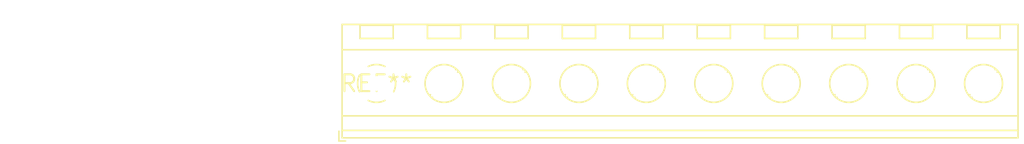
<source format=kicad_pcb>
(kicad_pcb (version 20240108) (generator pcbnew)
  (layers (0 "F.Cu" signal) (31 "B.Cu" signal) (34 "B.Paste" user) (35 "F.Paste" user) (36 "B.SilkS" user "B.Silkscreen") (37 "F.SilkS" user "F.Silkscreen") (38 "B.Mask" user) (39 "F.Mask" user) (44 "Edge.Cuts" user))
  (net 0 "")
  (footprint "TerminalBlock_RND_205-00240_1x10_P5.08mm_Horizontal" (layer "F.Cu") (at 0 0)
    (property "Reference" "REF**")
    (property "Value" "TerminalBlock_RND_205-00240_1x10_P5.08mm_Horizontal")
    (fp_line (start -2.84 3.61) (end -2.84 4.35) (layer "F.SilkS") (stroke (width 0.12)))
    (fp_line (start -2.84 4.35) (end -2.34 4.35) (layer "F.SilkS") (stroke (width 0.12)))
    (fp_line (start -2.6 -4.46) (end -2.6 4.11) (layer "F.SilkS") (stroke (width 0.12)))
    (fp_line (start -2.6 -4.46) (end 48.32 -4.46) (layer "F.SilkS") (stroke (width 0.12)))
    (fp_line (start -2.6 -2.55) (end 48.32 -2.55) (layer "F.SilkS") (stroke (width 0.12)))
    (fp_line (start -2.6 2.45) (end 48.32 2.45) (layer "F.SilkS") (stroke (width 0.12)))
    (fp_line (start -2.6 3.55) (end 48.32 3.55) (layer "F.SilkS") (stroke (width 0.12)))
    (fp_line (start -2.6 4.11) (end 48.32 4.11) (layer "F.SilkS") (stroke (width 0.12)))
    (fp_line (start -1.25 -4.4) (end -1.25 -3.4) (layer "F.SilkS") (stroke (width 0.12)))
    (fp_line (start -1.25 -4.4) (end 1.25 -4.4) (layer "F.SilkS") (stroke (width 0.12)))
    (fp_line (start -1.25 -3.4) (end 1.25 -3.4) (layer "F.SilkS") (stroke (width 0.12)))
    (fp_line (start 1.25 -4.4) (end 1.25 -3.4) (layer "F.SilkS") (stroke (width 0.12)))
    (fp_line (start 3.83 -4.4) (end 3.83 -3.4) (layer "F.SilkS") (stroke (width 0.12)))
    (fp_line (start 3.83 -4.4) (end 6.33 -4.4) (layer "F.SilkS") (stroke (width 0.12)))
    (fp_line (start 3.83 -3.4) (end 6.33 -3.4) (layer "F.SilkS") (stroke (width 0.12)))
    (fp_line (start 4.056 0.85) (end 3.996 0.91) (layer "F.SilkS") (stroke (width 0.12)))
    (fp_line (start 4.21 1.045) (end 4.17 1.085) (layer "F.SilkS") (stroke (width 0.12)))
    (fp_line (start 5.991 -1.085) (end 5.951 -1.045) (layer "F.SilkS") (stroke (width 0.12)))
    (fp_line (start 6.165 -0.91) (end 6.105 -0.851) (layer "F.SilkS") (stroke (width 0.12)))
    (fp_line (start 6.33 -4.4) (end 6.33 -3.4) (layer "F.SilkS") (stroke (width 0.12)))
    (fp_line (start 8.91 -4.4) (end 8.91 -3.4) (layer "F.SilkS") (stroke (width 0.12)))
    (fp_line (start 8.91 -4.4) (end 11.41 -4.4) (layer "F.SilkS") (stroke (width 0.12)))
    (fp_line (start 8.91 -3.4) (end 11.41 -3.4) (layer "F.SilkS") (stroke (width 0.12)))
    (fp_line (start 9.136 0.85) (end 9.076 0.91) (layer "F.SilkS") (stroke (width 0.12)))
    (fp_line (start 9.29 1.045) (end 9.25 1.085) (layer "F.SilkS") (stroke (width 0.12)))
    (fp_line (start 11.071 -1.085) (end 11.031 -1.045) (layer "F.SilkS") (stroke (width 0.12)))
    (fp_line (start 11.245 -0.91) (end 11.185 -0.851) (layer "F.SilkS") (stroke (width 0.12)))
    (fp_line (start 11.41 -4.4) (end 11.41 -3.4) (layer "F.SilkS") (stroke (width 0.12)))
    (fp_line (start 13.99 -4.4) (end 13.99 -3.4) (layer "F.SilkS") (stroke (width 0.12)))
    (fp_line (start 13.99 -4.4) (end 16.49 -4.4) (layer "F.SilkS") (stroke (width 0.12)))
    (fp_line (start 13.99 -3.4) (end 16.49 -3.4) (layer "F.SilkS") (stroke (width 0.12)))
    (fp_line (start 14.216 0.85) (end 14.156 0.91) (layer "F.SilkS") (stroke (width 0.12)))
    (fp_line (start 14.37 1.045) (end 14.33 1.085) (layer "F.SilkS") (stroke (width 0.12)))
    (fp_line (start 16.151 -1.085) (end 16.111 -1.045) (layer "F.SilkS") (stroke (width 0.12)))
    (fp_line (start 16.325 -0.91) (end 16.265 -0.851) (layer "F.SilkS") (stroke (width 0.12)))
    (fp_line (start 16.49 -4.4) (end 16.49 -3.4) (layer "F.SilkS") (stroke (width 0.12)))
    (fp_line (start 19.07 -4.4) (end 19.07 -3.4) (layer "F.SilkS") (stroke (width 0.12)))
    (fp_line (start 19.07 -4.4) (end 21.57 -4.4) (layer "F.SilkS") (stroke (width 0.12)))
    (fp_line (start 19.07 -3.4) (end 21.57 -3.4) (layer "F.SilkS") (stroke (width 0.12)))
    (fp_line (start 19.296 0.85) (end 19.236 0.91) (layer "F.SilkS") (stroke (width 0.12)))
    (fp_line (start 19.45 1.045) (end 19.41 1.085) (layer "F.SilkS") (stroke (width 0.12)))
    (fp_line (start 21.231 -1.085) (end 21.191 -1.045) (layer "F.SilkS") (stroke (width 0.12)))
    (fp_line (start 21.405 -0.91) (end 21.345 -0.851) (layer "F.SilkS") (stroke (width 0.12)))
    (fp_line (start 21.57 -4.4) (end 21.57 -3.4) (layer "F.SilkS") (stroke (width 0.12)))
    (fp_line (start 24.15 -4.4) (end 24.15 -3.4) (layer "F.SilkS") (stroke (width 0.12)))
    (fp_line (start 24.15 -4.4) (end 26.65 -4.4) (layer "F.SilkS") (stroke (width 0.12)))
    (fp_line (start 24.15 -3.4) (end 26.65 -3.4) (layer "F.SilkS") (stroke (width 0.12)))
    (fp_line (start 24.376 0.85) (end 24.316 0.91) (layer "F.SilkS") (stroke (width 0.12)))
    (fp_line (start 24.53 1.045) (end 24.49 1.085) (layer "F.SilkS") (stroke (width 0.12)))
    (fp_line (start 26.311 -1.085) (end 26.271 -1.045) (layer "F.SilkS") (stroke (width 0.12)))
    (fp_line (start 26.485 -0.91) (end 26.425 -0.851) (layer "F.SilkS") (stroke (width 0.12)))
    (fp_line (start 26.65 -4.4) (end 26.65 -3.4) (layer "F.SilkS") (stroke (width 0.12)))
    (fp_line (start 29.23 -4.4) (end 29.23 -3.4) (layer "F.SilkS") (stroke (width 0.12)))
    (fp_line (start 29.23 -4.4) (end 31.73 -4.4) (layer "F.SilkS") (stroke (width 0.12)))
    (fp_line (start 29.23 -3.4) (end 31.73 -3.4) (layer "F.SilkS") (stroke (width 0.12)))
    (fp_line (start 29.456 0.85) (end 29.396 0.91) (layer "F.SilkS") (stroke (width 0.12)))
    (fp_line (start 29.61 1.045) (end 29.57 1.085) (layer "F.SilkS") (stroke (width 0.12)))
    (fp_line (start 31.391 -1.085) (end 31.351 -1.045) (layer "F.SilkS") (stroke (width 0.12)))
    (fp_line (start 31.565 -0.91) (end 31.505 -0.851) (layer "F.SilkS") (stroke (width 0.12)))
    (fp_line (start 31.73 -4.4) (end 31.73 -3.4) (layer "F.SilkS") (stroke (width 0.12)))
    (fp_line (start 34.31 -4.4) (end 34.31 -3.4) (layer "F.SilkS") (stroke (width 0.12)))
    (fp_line (start 34.31 -4.4) (end 36.81 -4.4) (layer "F.SilkS") (stroke (width 0.12)))
    (fp_line (start 34.31 -3.4) (end 36.81 -3.4) (layer "F.SilkS") (stroke (width 0.12)))
    (fp_line (start 34.536 0.85) (end 34.476 0.91) (layer "F.SilkS") (stroke (width 0.12)))
    (fp_line (start 34.69 1.045) (end 34.65 1.085) (layer "F.SilkS") (stroke (width 0.12)))
    (fp_line (start 36.471 -1.085) (end 36.431 -1.045) (layer "F.SilkS") (stroke (width 0.12)))
    (fp_line (start 36.645 -0.91) (end 36.585 -0.851) (layer "F.SilkS") (stroke (width 0.12)))
    (fp_line (start 36.81 -4.4) (end 36.81 -3.4) (layer "F.SilkS") (stroke (width 0.12)))
    (fp_line (start 39.39 -4.4) (end 39.39 -3.4) (layer "F.SilkS") (stroke (width 0.12)))
    (fp_line (start 39.39 -4.4) (end 41.89 -4.4) (layer "F.SilkS") (stroke (width 0.12)))
    (fp_line (start 39.39 -3.4) (end 41.89 -3.4) (layer "F.SilkS") (stroke (width 0.12)))
    (fp_line (start 39.616 0.85) (end 39.556 0.91) (layer "F.SilkS") (stroke (width 0.12)))
    (fp_line (start 39.77 1.045) (end 39.73 1.085) (layer "F.SilkS") (stroke (width 0.12)))
    (fp_line (start 41.551 -1.085) (end 41.511 -1.045) (layer "F.SilkS") (stroke (width 0.12)))
    (fp_line (start 41.725 -0.91) (end 41.665 -0.851) (layer "F.SilkS") (stroke (width 0.12)))
    (fp_line (start 41.89 -4.4) (end 41.89 -3.4) (layer "F.SilkS") (stroke (width 0.12)))
    (fp_line (start 44.47 -4.4) (end 44.47 -3.4) (layer "F.SilkS") (stroke (width 0.12)))
    (fp_line (start 44.47 -4.4) (end 46.97 -4.4) (layer "F.SilkS") (stroke (width 0.12)))
    (fp_line (start 44.47 -3.4) (end 46.97 -3.4) (layer "F.SilkS") (stroke (width 0.12)))
    (fp_line (start 44.696 0.85) (end 44.636 0.91) (layer "F.SilkS") (stroke (width 0.12)))
    (fp_line (start 44.85 1.045) (end 44.81 1.085) (layer "F.SilkS") (stroke (width 0.12)))
    (fp_line (start 46.631 -1.085) (end 46.591 -1.045) (layer "F.SilkS") (stroke (width 0.12)))
    (fp_line (start 46.805 -0.91) (end 46.745 -0.851) (layer "F.SilkS") (stroke (width 0.12)))
    (fp_line (start 46.97 -4.4) (end 46.97 -3.4) (layer "F.SilkS") (stroke (width 0.12)))
    (fp_line (start 48.32 -4.46) (end 48.32 4.11) (layer "F.SilkS") (stroke (width 0.12)))
    (fp_arc (start -1.286611 0.626746) (mid -1.431146 -0.000697) (end -1.286 -0.628) (layer "F.SilkS") (stroke (width 0.12)))
    (fp_arc (start -0.627362 -1.285823) (mid -0.000201 -1.430707) (end 0.627 -1.286) (layer "F.SilkS") (stroke (width 0.12)))
    (fp_arc (start 0.02428 1.43094) (mid -0.310437 1.397071) (end -0.628 1.286) (layer "F.SilkS") (stroke (width 0.12)))
    (fp_arc (start 0.626871 1.285275) (mid 0.32168 1.393349) (end 0 1.43) (layer "F.SilkS") (stroke (width 0.12)))
    (fp_arc (start 1.285823 -0.627362) (mid 1.430707 -0.000201) (end 1.286 0.627) (layer "F.SilkS") (stroke (width 0.12)))
    (fp_circle (center 5.08 0) (end 6.51 0) (layer "F.SilkS") (stroke (width 0.12)) (fill none))
    (fp_circle (center 10.16 0) (end 11.59 0) (layer "F.SilkS") (stroke (width 0.12)) (fill none))
    (fp_circle (center 15.24 0) (end 16.67 0) (layer "F.SilkS") (stroke (width 0.12)) (fill none))
    (fp_circle (center 20.32 0) (end 21.75 0) (layer "F.SilkS") (stroke (width 0.12)) (fill none))
    (fp_circle (center 25.4 0) (end 26.83 0) (layer "F.SilkS") (stroke (width 0.12)) (fill none))
    (fp_circle (center 30.48 0) (end 31.91 0) (layer "F.SilkS") (stroke (width 0.12)) (fill none))
    (fp_circle (center 35.56 0) (end 36.99 0) (layer "F.SilkS") (stroke (width 0.12)) (fill none))
    (fp_circle (center 40.64 0) (end 42.07 0) (layer "F.SilkS") (stroke (width 0.12)) (fill none))
    (fp_circle (center 45.72 0) (end 47.15 0) (layer "F.SilkS") (stroke (width 0.12)) (fill none))
    (pad "1" thru_hole rect (at 0 0) (size 2.1 2.1) (drill 1.1) (layers *.Cu *.Mask) (remove_unused_layers))
    (pad "2" thru_hole circle (at 5.08 0) (size 2.1 2.1) (drill 1.1) (layers *.Cu *.Mask) (remove_unused_layers))
    (pad "3" thru_hole circle (at 10.16 0) (size 2.1 2.1) (drill 1.1) (layers *.Cu *.Mask) (remove_unused_layers))
    (pad "4" thru_hole circle (at 15.24 0) (size 2.1 2.1) (drill 1.1) (layers *.Cu *.Mask) (remove_unused_layers))
    (pad "5" thru_hole circle (at 20.32 0) (size 2.1 2.1) (drill 1.1) (layers *.Cu *.Mask) (remove_unused_layers))
    (pad "6" thru_hole circle (at 25.4 0) (size 2.1 2.1) (drill 1.1) (layers *.Cu *.Mask) (remove_unused_layers))
    (pad "7" thru_hole circle (at 30.48 0) (size 2.1 2.1) (drill 1.1) (layers *.Cu *.Mask) (remove_unused_layers))
    (pad "8" thru_hole circle (at 35.56 0) (size 2.1 2.1) (drill 1.1) (layers *.Cu *.Mask) (remove_unused_layers))
    (pad "9" thru_hole circle (at 40.64 0) (size 2.1 2.1) (drill 1.1) (layers *.Cu *.Mask) (remove_unused_layers))
    (pad "10" thru_hole circle (at 45.72 0) (size 2.1 2.1) (drill 1.1) (layers *.Cu *.Mask) (remove_unused_layers))
  )
)
</source>
